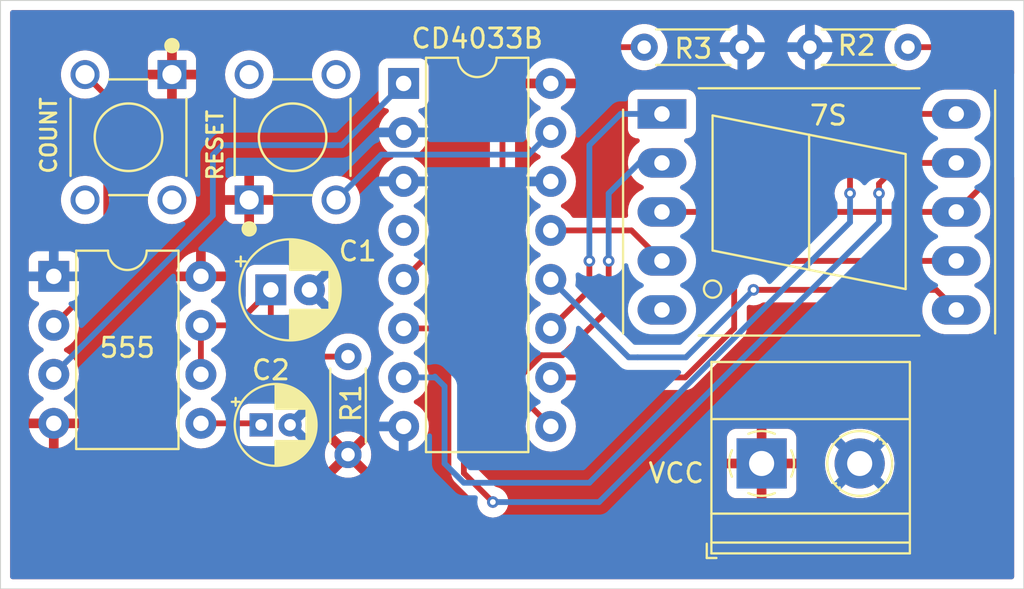
<source format=kicad_pcb>
(kicad_pcb (version 20240108) (generator "pcbnew") (generator_version "8.0")
  (layers (0 "F.Cu" signal) (31 "B.Cu" signal) (34 "B.Paste" user) (35 "F.Paste" user) (36 "B.SilkS" user "B.Silkscreen") (37 "F.SilkS" user "F.Silkscreen") (38 "B.Mask" user) (39 "F.Mask" user) (44 "Edge.Cuts" user))
  (net 0 "")
  (net 1 "Net-(AFF1-e)")
  (net 2 "Net-(AFF1-f)")
  (net 3 "Net-(AFF1-d)")
  (net 4 "Net-(AFF1-a)")
  (net 5 "Net-(AFF1-b)")
  (net 6 "Net-(AFF1-c)")
  (net 8 "Net-(AFF1-C.K.-Pad3)")
  (net 9 "Net-(AFF1-g)")
  (net 10 "GND")
  (net 11 "Net-(U2-DIS)")
  (net 12 "Net-(U2-CV)")
  (net 13 "VCC")
  (net 14 "Net-(U1-CARRY_OUT)")
  (net 15 "Net-(U2-TR)")
  (net 16 "Net-(U1-RESET)")
  (net 17 "Net-(U1-CLOCK)")
  (footprint "Display_7Segment:7SegmentLED_LTS6760_LTS6780" (layer "F.Cu") (at 153.26 69.38)
    (property "Reference" "7S" (at 8.62 0.08 0) (layer "F.SilkS"))
    (property "Value" "LTS-6980HR" (hide yes))
    (fp_line (start -2.015 -0.22) (end -2.015 11.38) (stroke (width 0.12)) (layer "F.SilkS"))
    (fp_line (start 1.905 -1.33) (end 13.335 -1.33) (stroke (width 0.12)) (layer "F.SilkS"))
    (fp_line (start 1.905 11.49) (end 13.335 11.49) (stroke (width 0.12)) (layer "F.SilkS"))
    (fp_line (start 2.62 0.08) (end 2.62 7.08) (stroke (width 0.12)) (layer "F.SilkS"))
    (fp_line (start 2.62 7.08) (end 7.62 8.08) (stroke (width 0.12)) (layer "F.SilkS"))
    (fp_line (start 7.62 1.08) (end 2.62 0.08) (stroke (width 0.12)) (layer "F.SilkS"))
    (fp_line (start 7.62 8.08) (end 7.62 1.08) (stroke (width 0.12)) (layer "F.SilkS"))
    (fp_line (start 12.62 2.08) (end 7.62 1.08) (stroke (width 0.12)) (layer "F.SilkS"))
    (fp_line (start 12.62 2.08) (end 12.62 9.08) (stroke (width 0.12)) (layer "F.SilkS"))
    (fp_line (start 12.62 9.08) (end 7.62 8.08) (stroke (width 0.12)) (layer "F.SilkS"))
    (fp_line (start 17.255 11.38) (end 17.255 -1.22) (stroke (width 0.12)) (layer "F.SilkS"))
    (fp_circle (center 2.62 9.08) (end 3.067214 9.08) (stroke (width 0.12)) (fill none) (layer "F.SilkS"))
    (pad "1" thru_hole rect (at 0 0 270) (size 1.524 2.524) (drill 0.8) (layers "*.Cu" "*.Mask") (net 1 "Net-(AFF1-e)"))
    (pad "2" thru_hole oval (at 0 2.54 270) (size 1.524 2.524) (drill 0.8) (layers "*.Cu" "*.Mask") (net 3 "Net-(AFF1-d)"))
    (pad "3" thru_hole oval (at 0 5.08 270) (size 1.524 2.524) (drill 0.8) (layers "*.Cu" "*.Mask") (net 8 "Net-(AFF1-C.K.-Pad3)"))
    (pad "4" thru_hole oval (at 0 7.62 270) (size 1.524 2.524) (drill 0.8) (layers "*.Cu" "*.Mask") (net 6 "Net-(AFF1-c)"))
    (pad "5" thru_hole oval (at 0 10.16 270) (size 1.524 2.524) (drill 0.8) (layers "*.Cu" "*.Mask"))
    (pad "6" thru_hole oval (at 15.24 10.16 270) (size 1.524 2.524) (drill 0.8) (layers "*.Cu" "*.Mask") (net 5 "Net-(AFF1-b)"))
    (pad "7" thru_hole oval (at 15.24 7.62 270) (size 1.524 2.524) (drill 0.8) (layers "*.Cu" "*.Mask") (net 4 "Net-(AFF1-a)"))
    (pad "8" thru_hole oval (at 15.24 5.08 270) (size 1.524 2.524) (drill 0.8) (layers "*.Cu" "*.Mask") (net 8 "Net-(AFF1-C.K.-Pad3)"))
    (pad "9" thru_hole oval (at 15.24 2.54 270) (size 1.524 2.524) (drill 0.8) (layers "*.Cu" "*.Mask") (net 2 "Net-(AFF1-f)"))
    (pad "10" thru_hole oval (at 15.24 0 270) (size 1.524 2.524) (drill 0.8) (layers "*.Cu" "*.Mask") (net 9 "Net-(AFF1-g)"))
  )
  (footprint "Capacitor_THT:CP_Radial_D5.0mm_P2.00mm" (layer "F.Cu") (at 133 78.5)
    (property "Reference" "C1" (at 4.5 -2 0) (layer "F.SilkS"))
    (property "Value" "10uF" (hide yes))
    (fp_line (start -1.804775 -1.475) (end -1.304775 -1.475) (stroke (width 0.12)) (layer "F.SilkS"))
    (fp_line (start -1.554775 -1.725) (end -1.554775 -1.225) (stroke (width 0.12)) (layer "F.SilkS"))
    (fp_line (start 1 -2.58) (end 1 -1.04) (stroke (width 0.12)) (layer "F.SilkS"))
    (fp_line (start 1 1.04) (end 1 2.58) (stroke (width 0.12)) (layer "F.SilkS"))
    (fp_line (start 1.04 -2.58) (end 1.04 -1.04) (stroke (width 0.12)) (layer "F.SilkS"))
    (fp_line (start 1.04 1.04) (end 1.04 2.58) (stroke (width 0.12)) (layer "F.SilkS"))
    (fp_line (start 1.08 -2.579) (end 1.08 -1.04) (stroke (width 0.12)) (layer "F.SilkS"))
    (fp_line (start 1.08 1.04) (end 1.08 2.579) (stroke (width 0.12)) (layer "F.SilkS"))
    (fp_line (start 1.12 -2.578) (end 1.12 -1.04) (stroke (width 0.12)) (layer "F.SilkS"))
    (fp_line (start 1.12 1.04) (end 1.12 2.578) (stroke (width 0.12)) (layer "F.SilkS"))
    (fp_line (start 1.16 -2.576) (end 1.16 -1.04) (stroke (width 0.12)) (layer "F.SilkS"))
    (fp_line (start 1.16 1.04) (end 1.16 2.576) (stroke (width 0.12)) (layer "F.SilkS"))
    (fp_line (start 1.2 -2.573) (end 1.2 -1.04) (stroke (width 0.12)) (layer "F.SilkS"))
    (fp_line (start 1.2 1.04) (end 1.2 2.573) (stroke (width 0.12)) (layer "F.SilkS"))
    (fp_line (start 1.24 -2.569) (end 1.24 -1.04) (stroke (width 0.12)) (layer "F.SilkS"))
    (fp_line (start 1.24 1.04) (end 1.24 2.569) (stroke (width 0.12)) (layer "F.SilkS"))
    (fp_line (start 1.28 -2.565) (end 1.28 -1.04) (stroke (width 0.12)) (layer "F.SilkS"))
    (fp_line (start 1.28 1.04) (end 1.28 2.565) (stroke (width 0.12)) (layer "F.SilkS"))
    (fp_line (start 1.32 -2.561) (end 1.32 -1.04) (stroke (width 0.12)) (layer "F.SilkS"))
    (fp_line (start 1.32 1.04) (end 1.32 2.561) (stroke (width 0.12)) (layer "F.SilkS"))
    (fp_line (start 1.36 -2.556) (end 1.36 -1.04) (stroke (width 0.12)) (layer "F.SilkS"))
    (fp_line (start 1.36 1.04) (end 1.36 2.556) (stroke (width 0.12)) (layer "F.SilkS"))
    (fp_line (start 1.4 -2.55) (end 1.4 -1.04) (stroke (width 0.12)) (layer "F.SilkS"))
    (fp_line (start 1.4 1.04) (end 1.4 2.55) (stroke (width 0.12)) (layer "F.SilkS"))
    (fp_line (start 1.44 -2.543) (end 1.44 -1.04) (stroke (width 0.12)) (layer "F.SilkS"))
    (fp_line (start 1.44 1.04) (end 1.44 2.543) (stroke (width 0.12)) (layer "F.SilkS"))
    (fp_line (start 1.48 -2.536) (end 1.48 -1.04) (stroke (width 0.12)) (layer "F.SilkS"))
    (fp_line (start 1.48 1.04) (end 1.48 2.536) (stroke (width 0.12)) (layer "F.SilkS"))
    (fp_line (start 1.52 -2.528) (end 1.52 -1.04) (stroke (width 0.12)) (layer "F.SilkS"))
    (fp_line (start 1.52 1.04) (end 1.52 2.528) (stroke (width 0.12)) (layer "F.SilkS"))
    (fp_line (start 1.56 -2.52) (end 1.56 -1.04) (stroke (width 0.12)) (layer "F.SilkS"))
    (fp_line (start 1.56 1.04) (end 1.56 2.52) (stroke (width 0.12)) (layer "F.SilkS"))
    (fp_line (start 1.6 -2.511) (end 1.6 -1.04) (stroke (width 0.12)) (layer "F.SilkS"))
    (fp_line (start 1.6 1.04) (end 1.6 2.511) (stroke (width 0.12)) (layer "F.SilkS"))
    (fp_line (start 1.64 -2.501) (end 1.64 -1.04) (stroke (width 0.12)) (layer "F.SilkS"))
    (fp_line (start 1.64 1.04) (end 1.64 2.501) (stroke (width 0.12)) (layer "F.SilkS"))
    (fp_line (start 1.68 -2.491) (end 1.68 -1.04) (stroke (width 0.12)) (layer "F.SilkS"))
    (fp_line (start 1.68 1.04) (end 1.68 2.491) (stroke (width 0.12)) (layer "F.SilkS"))
    (fp_line (start 1.721 -2.48) (end 1.721 -1.04) (stroke (width 0.12)) (layer "F.SilkS"))
    (fp_line (start 1.721 1.04) (end 1.721 2.48) (stroke (width 0.12)) (layer "F.SilkS"))
    (fp_line (start 1.761 -2.468) (end 1.761 -1.04) (stroke (width 0.12)) (layer "F.SilkS"))
    (fp_line (start 1.761 1.04) (end 1.761 2.468) (stroke (width 0.12)) (layer "F.SilkS"))
    (fp_line (start 1.801 -2.455) (end 1.801 -1.04) (stroke (width 0.12)) (layer "F.SilkS"))
    (fp_line (start 1.801 1.04) (end 1.801 2.455) (stroke (width 0.12)) (layer "F.SilkS"))
    (fp_line (start 1.841 -2.442) (end 1.841 -1.04) (stroke (width 0.12)) (layer "F.SilkS"))
    (fp_line (start 1.841 1.04) (end 1.841 2.442) (stroke (width 0.12)) (layer "F.SilkS"))
    (fp_line (start 1.881 -2.428) (end 1.881 -1.04) (stroke (width 0.12)) (layer "F.SilkS"))
    (fp_line (start 1.881 1.04) (end 1.881 2.428) (stroke (width 0.12)) (layer "F.SilkS"))
    (fp_line (start 1.921 -2.414) (end 1.921 -1.04) (stroke (width 0.12)) (layer "F.SilkS"))
    (fp_line (start 1.921 1.04) (end 1.921 2.414) (stroke (width 0.12)) (layer "F.SilkS"))
    (fp_line (start 1.961 -2.398) (end 1.961 -1.04) (stroke (width 0.12)) (layer "F.SilkS"))
    (fp_line (start 1.961 1.04) (end 1.961 2.398) (stroke (width 0.12)) (layer "F.SilkS"))
    (fp_line (start 2.001 -2.382) (end 2.001 -1.04) (stroke (width 0.12)) (layer "F.SilkS"))
    (fp_line (start 2.001 1.04) (end 2.001 2.382) (stroke (width 0.12)) (layer "F.SilkS"))
    (fp_line (start 2.041 -2.365) (end 2.041 -1.04) (stroke (width 0.12)) (layer "F.SilkS"))
    (fp_line (start 2.041 1.04) (end 2.041 2.365) (stroke (width 0.12)) (layer "F.SilkS"))
    (fp_line (start 2.081 -2.348) (end 2.081 -1.04) (stroke (width 0.12)) (layer "F.SilkS"))
    (fp_line (start 2.081 1.04) (end 2.081 2.348) (stroke (width 0.12)) (layer "F.SilkS"))
    (fp_line (start 2.121 -2.329) (end 2.121 -1.04) (stroke (width 0.12)) (layer "F.SilkS"))
    (fp_line (start 2.121 1.04) (end 2.121 2.329) (stroke (width 0.12)) (layer "F.SilkS"))
    (fp_line (start 2.161 -2.31) (end 2.161 -1.04) (stroke (width 0.12)) (layer "F.SilkS"))
    (fp_line (start 2.161 1.04) (end 2.161 2.31) (stroke (width 0.12)) (layer "F.SilkS"))
    (fp_line (start 2.201 -2.29) (end 2.201 -1.04) (stroke (width 0.12)) (layer "F.SilkS"))
    (fp_line (start 2.201 1.04) (end 2.201 2.29) (stroke (width 0.12)) (layer "F.SilkS"))
    (fp_line (start 2.241 -2.268) (end 2.241 -1.04) (stroke (width 0.12)) (layer "F.SilkS"))
    (fp_line (start 2.241 1.04) (end 2.241 2.268) (stroke (width 0.12)) (layer "F.SilkS"))
    (fp_line (start 2.281 -2.247) (end 2.281 -1.04) (stroke (width 0.12)) (layer "F.SilkS"))
    (fp_line (start 2.281 1.04) (end 2.281 2.247) (stroke (width 0.12)) (layer "F.SilkS"))
    (fp_line (start 2.321 -2.224) (end 2.321 -1.04) (stroke (width 0.12)) (layer "F.SilkS"))
    (fp_line (start 2.321 1.04) (end 2.321 2.224) (stroke (width 0.12)) (layer "F.SilkS"))
    (fp_line (start 2.361 -2.2) (end 2.361 -1.04) (stroke (width 0.12)) (layer "F.SilkS"))
    (fp_line (start 2.361 1.04) (end 2.361 2.2) (stroke (width 0.12)) (layer "F.SilkS"))
    (fp_line (start 2.401 -2.175) (end 2.401 -1.04) (stroke (width 0.12)) (layer "F.SilkS"))
    (fp_line (start 2.401 1.04) (end 2.401 2.175) (stroke (width 0.12)) (layer "F.SilkS"))
    (fp_line (start 2.441 -2.149) (end 2.441 -1.04) (stroke (width 0.12)) (layer "F.SilkS"))
    (fp_line (start 2.441 1.04) (end 2.441 2.149) (stroke (width 0.12)) (layer "F.SilkS"))
    (fp_line (start 2.481 -2.122) (end 2.481 -1.04) (stroke (width 0.12)) (layer "F.SilkS"))
    (fp_line (start 2.481 1.04) (end 2.481 2.122) (stroke (width 0.12)) (layer "F.SilkS"))
    (fp_line (start 2.521 -2.095) (end 2.521 -1.04) (stroke (width 0.12)) (layer "F.SilkS"))
    (fp_line (start 2.521 1.04) (end 2.521 2.095) (stroke (width 0.12)) (layer "F.SilkS"))
    (fp_line (start 2.561 -2.065) (end 2.561 -1.04) (stroke (width 0.12)) (layer "F.SilkS"))
    (fp_line (start 2.561 1.04) (end 2.561 2.065) (stroke (width 0.12)) (layer "F.SilkS"))
    (fp_line (start 2.601 -2.035) (end 2.601 -1.04) (stroke (width 0.12)) (layer "F.SilkS"))
    (fp_line (start 2.601 1.04) (end 2.601 2.035) (stroke (width 0.12)) (layer "F.SilkS"))
    (fp_line (start 2.641 -2.004) (end 2.641 -1.04) (stroke (width 0.12)) (layer "F.SilkS"))
    (fp_line (start 2.641 1.04) (end 2.641 2.004) (stroke (width 0.12)) (layer "F.SilkS"))
    (fp_line (start 2.681 -1.971) (end 2.681 -1.04) (stroke (width 0.12)) (layer "F.SilkS"))
    (fp_line (start 2.681 1.04) (end 2.681 1.971) (stroke (width 0.12)) (layer "F.SilkS"))
    (fp_line (start 2.721 -1.937) (end 2.721 -1.04) (stroke (width 0.12)) (layer "F.SilkS"))
    (fp_line (start 2.721 1.04) (end 2.721 1.937) (stroke (width 0.12)) (layer "F.SilkS"))
    (fp_line (start 2.761 -1.901) (end 2.761 -1.04) (stroke (width 0.12)) (layer "F.SilkS"))
    (fp_line (start 2.761 1.04) (end 2.761 1.901) (stroke (width 0.12)) (layer "F.SilkS"))
    (fp_line (start 2.801 -1.864) (end 2.801 -1.04) (stroke (width 0.12)) (layer "F.SilkS"))
    (fp_line (start 2.801 1.04) (end 2.801 1.864) (stroke (width 0.12)) (layer "F.SilkS"))
    (fp_line (start 2.841 -1.826) (end 2.841 -1.04) (stroke (width 0.12)) (layer "F.SilkS"))
    (fp_line (start 2.841 1.04) (end 2.841 1.826) (stroke (width 0.12)) (layer "F.SilkS"))
    (fp_line (start 2.881 -1.785) (end 2.881 -1.04) (stroke (width 0.12)) (layer "F.SilkS"))
    (fp_line (start 2.881 1.04) (end 2.881 1.785) (stroke (width 0.12)) (layer "F.SilkS"))
    (fp_line (start 2.921 -1.743) (end 2.921 -1.04) (stroke (width 0.12)) (layer "F.SilkS"))
    (fp_line (start 2.921 1.04) (end 2.921 1.743) (stroke (width 0.12)) (layer "F.SilkS"))
    (fp_line (start 2.961 -1.699) (end 2.961 -1.04) (stroke (width 0.12)) (layer "F.SilkS"))
    (fp_line (start 2.961 1.04) (end 2.961 1.699) (stroke (width 0.12)) (layer "F.SilkS"))
    (fp_line (start 3.001 -1.653) (end 3.001 -1.04) (stroke (width 0.12)) (layer "F.SilkS"))
    (fp_line (start 3.001 1.04) (end 3.001 1.653) (stroke (width 0.12)) (layer "F.SilkS"))
    (fp_line (start 3.041 -1.605) (end 3.041 1.605) (stroke (width 0.12)) (layer "F.SilkS"))
    (fp_line (start 3.081 -1.554) (end 3.081 1.554) (stroke (width 0.12)) (layer "F.SilkS"))
    (fp_line (start 3.121 -1.5) (end 3.121 1.5) (stroke (width 0.12)) (layer "F.SilkS"))
    (fp_line (start 3.161 -1.443) (end 3.161 1.443) (stroke (width 0.12)) (layer "F.SilkS"))
    (fp_line (start 3.201 -1.383) (end 3.201 1.383) (stroke (width 0.12)) (layer "F.SilkS"))
    (fp_line (start 3.241 -1.319) (end 3.241 1.319) (stroke (width 0.12)) (layer "F.SilkS"))
    (fp_line (start 3.281 -1.251) (end 3.281 1.251) (stroke (width 0.12)) (layer "F.SilkS"))
    (fp_line (start 3.321 -1.178) (end 3.321 1.178) (stroke (width 0.12)) (layer "F.SilkS"))
    (fp_line (start 3.361 -1.098) (end 3.361 1.098) (stroke (width 0.12)) (layer "F.SilkS"))
    (fp_line (start 3.401 -1.011) (end 3.401 1.011) (stroke (width 0.12)) (layer "F.SilkS"))
    (fp_line (start 3.441 -0.915) (end 3.441 0.915) (stroke (width 0.12)) (layer "F.SilkS"))
    (fp_line (start 3.481 -0.805) (end 3.481 0.805) (stroke (width 0.12)) (layer "F.SilkS"))
    (fp_line (start 3.521 -0.677) (end 3.521 0.677) (stroke (width 0.12)) (layer "F.SilkS"))
    (fp_line (start 3.561 -0.518) (end 3.561 0.518) (stroke (width 0.12)) (layer "F.SilkS"))
    (fp_line (start 3.601 -0.284) (end 3.601 0.284) (stroke (width 0.12)) (layer "F.SilkS"))
    (fp_circle (center 1 0) (end 3.62 0) (stroke (width 0.12)) (fill none) (layer "F.SilkS"))
    (pad "1" thru_hole rect (at 0 0) (size 1.6 1.6) (drill 0.8) (layers "*.Cu" "*.Mask") (net 11 "Net-(U2-DIS)"))
    (pad "2" thru_hole circle (at 2 0) (size 1.6 1.6) (drill 0.8) (layers "*.Cu" "*.Mask") (net 10 "GND"))
  )
  (footprint "TerminalBlock_Phoenix:TerminalBlock_Phoenix_MKDS-1,5-2-5.08_1x02_P5.08mm_Horizontal" (layer "F.Cu") (at 158.42 87.5)
    (property "Reference" "VCC" (at -4.42 0.5 0) (layer "F.SilkS"))
    (property "Value" "Screw_Terminal_01x02" (hide yes))
    (fp_line (start -2.84 4.16) (end -2.84 4.9) (stroke (width 0.12)) (layer "F.SilkS"))
    (fp_line (start -2.84 4.9) (end -2.34 4.9) (stroke (width 0.12)) (layer "F.SilkS"))
    (fp_line (start -2.6 -5.261) (end -2.6 4.66) (stroke (width 0.12)) (layer "F.SilkS"))
    (fp_line (start -2.6 -5.261) (end 7.68 -5.261) (stroke (width 0.12)) (layer "F.SilkS"))
    (fp_line (start -2.6 -2.301) (end 7.68 -2.301) (stroke (width 0.12)) (layer "F.SilkS"))
    (fp_line (start -2.6 2.6) (end 7.68 2.6) (stroke (width 0.12)) (layer "F.SilkS"))
    (fp_line (start -2.6 4.1) (end 7.68 4.1) (stroke (width 0.12)) (layer "F.SilkS"))
    (fp_line (start -2.6 4.66) (end 7.68 4.66) (stroke (width 0.12)) (layer "F.SilkS"))
    (fp_line (start 3.853 1.023) (end 3.806 1.069) (stroke (width 0.12)) (layer "F.SilkS"))
    (fp_line (start 4.046 1.239) (end 4.011 1.274) (stroke (width 0.12)) (layer "F.SilkS"))
    (fp_line (start 6.15 -1.275) (end 6.115 -1.239) (stroke (width 0.12)) (layer "F.SilkS"))
    (fp_line (start 6.355 -1.069) (end 6.308 -1.023) (stroke (width 0.12)) (layer "F.SilkS"))
    (fp_line (start 7.68 -5.261) (end 7.68 4.66) (stroke (width 0.12)) (layer "F.SilkS"))
    (fp_arc (start -1.535427 0.683042) (mid -1.680501 -0.000524) (end -1.535 -0.684) (stroke (width 0.12)) (layer "F.SilkS"))
    (fp_arc (start -0.683042 -1.535427) (mid 0.000524 -1.680501) (end 0.684 -1.535) (stroke (width 0.12)) (layer "F.SilkS"))
    (fp_arc (start 0.028805 1.680253) (mid -0.335551 1.646659) (end -0.684 1.535) (stroke (width 0.12)) (layer "F.SilkS"))
    (fp_arc (start 0.683318 1.534756) (mid 0.349292 1.643288) (end 0 1.68) (stroke (width 0.12)) (layer "F.SilkS"))
    (fp_arc (start 1.535427 -0.683042) (mid 1.680501 0.000524) (end 1.535 0.684) (stroke (width 0.12)) (layer "F.SilkS"))
    (fp_circle (center 5.08 0) (end 6.76 0) (stroke (width 0.12)) (fill none) (layer "F.SilkS"))
    (pad "1" thru_hole rect (at 0 0) (size 2.6 2.6) (drill 1.3) (layers "*.Cu" "*.Mask") (net 13 "VCC"))
    (pad "2" thru_hole circle (at 5.08 0) (size 2.6 2.6) (drill 1.3) (layers "*.Cu" "*.Mask") (net 10 "GND"))
  )
  (footprint "Resistor_THT:R_Axial_DIN0204_L3.6mm_D1.6mm_P5.08mm_Horizontal" (layer "F.Cu") (at 137 87.04 90)
    (property "Reference" "R1" (at 2.66 0.16 90) (layer "F.SilkS"))
    (property "Value" "1M")
    (fp_line (start 0.62 -0.92) (end 4.46 -0.92) (stroke (width 0.12)) (layer "F.SilkS"))
    (fp_line (start 0.62 0.92) (end 4.46 0.92) (stroke (width 0.12)) (layer "F.SilkS"))
    (pad "1" thru_hole circle (at 0 0 90) (size 1.4 1.4) (drill 0.7) (layers "*.Cu" "*.Mask") (net 13 "VCC"))
    (pad "2" thru_hole oval (at 5.08 0 90) (size 1.4 1.4) (drill 0.7) (layers "*.Cu" "*.Mask") (net 11 "Net-(U2-DIS)"))
  )
  (footprint "Capacitor_THT:CP_Radial_D4.0mm_P1.50mm" (layer "F.Cu") (at 132.5 85.5)
    (property "Reference" "C2" (at 0.5 -2.84 0) (layer "F.SilkS"))
    (property "Value" "1nF" (hide yes))
    (fp_line (start -1.519801 -1.195) (end -1.119801 -1.195) (stroke (width 0.12)) (layer "F.SilkS"))
    (fp_line (start -1.319801 -1.395) (end -1.319801 -0.995) (stroke (width 0.12)) (layer "F.SilkS"))
    (fp_line (start 0.75 -2.08) (end 0.75 -0.84) (stroke (width 0.12)) (layer "F.SilkS"))
    (fp_line (start 0.75 0.84) (end 0.75 2.08) (stroke (width 0.12)) (layer "F.SilkS"))
    (fp_line (start 0.79 -2.08) (end 0.79 -0.84) (stroke (width 0.12)) (layer "F.SilkS"))
    (fp_line (start 0.79 0.84) (end 0.79 2.08) (stroke (width 0.12)) (layer "F.SilkS"))
    (fp_line (start 0.83 -2.079) (end 0.83 -0.84) (stroke (width 0.12)) (layer "F.SilkS"))
    (fp_line (start 0.83 0.84) (end 0.83 2.079) (stroke (width 0.12)) (layer "F.SilkS"))
    (fp_line (start 0.87 -2.077) (end 0.87 -0.84) (stroke (width 0.12)) (layer "F.SilkS"))
    (fp_line (start 0.87 0.84) (end 0.87 2.077) (stroke (width 0.12)) (layer "F.SilkS"))
    (fp_line (start 0.91 -2.074) (end 0.91 -0.84) (stroke (width 0.12)) (layer "F.SilkS"))
    (fp_line (start 0.91 0.84) (end 0.91 2.074) (stroke (width 0.12)) (layer "F.SilkS"))
    (fp_line (start 0.95 -2.071) (end 0.95 -0.84) (stroke (width 0.12)) (layer "F.SilkS"))
    (fp_line (start 0.95 0.84) (end 0.95 2.071) (stroke (width 0.12)) (layer "F.SilkS"))
    (fp_line (start 0.99 -2.067) (end 0.99 -0.84) (stroke (width 0.12)) (layer "F.SilkS"))
    (fp_line (start 0.99 0.84) (end 0.99 2.067) (stroke (width 0.12)) (layer "F.SilkS"))
    (fp_line (start 1.03 -2.062) (end 1.03 -0.84) (stroke (width 0.12)) (layer "F.SilkS"))
    (fp_line (start 1.03 0.84) (end 1.03 2.062) (stroke (width 0.12)) (layer "F.SilkS"))
    (fp_line (start 1.07 -2.056) (end 1.07 -0.84) (stroke (width 0.12)) (layer "F.SilkS"))
    (fp_line (start 1.07 0.84) (end 1.07 2.056) (stroke (width 0.12)) (layer "F.SilkS"))
    (fp_line (start 1.11 -2.05) (end 1.11 -0.84) (stroke (width 0.12)) (layer "F.SilkS"))
    (fp_line (start 1.11 0.84) (end 1.11 2.05) (stroke (width 0.12)) (layer "F.SilkS"))
    (fp_line (start 1.15 -2.042) (end 1.15 -0.84) (stroke (width 0.12)) (layer "F.SilkS"))
    (fp_line (start 1.15 0.84) (end 1.15 2.042) (stroke (width 0.12)) (layer "F.SilkS"))
    (fp_line (start 1.19 -2.034) (end 1.19 -0.84) (stroke (width 0.12)) (layer "F.SilkS"))
    (fp_line (start 1.19 0.84) (end 1.19 2.034) (stroke (width 0.12)) (layer "F.SilkS"))
    (fp_line (start 1.23 -2.025) (end 1.23 -0.84) (stroke (width 0.12)) (layer "F.SilkS"))
    (fp_line (start 1.23 0.84) (end 1.23 2.025) (stroke (width 0.12)) (layer "F.SilkS"))
    (fp_line (start 1.27 -2.016) (end 1.27 -0.84) (stroke (width 0.12)) (layer "F.SilkS"))
    (fp_line (start 1.27 0.84) (end 1.27 2.016) (stroke (width 0.12)) (layer "F.SilkS"))
    (fp_line (start 1.31 -2.005) (end 1.31 -0.84) (stroke (width 0.12)) (layer "F.SilkS"))
    (fp_line (start 1.31 0.84) (end 1.31 2.005) (stroke (width 0.12)) (layer "F.SilkS"))
    (fp_line (start 1.35 -1.994) (end 1.35 -0.84) (stroke (width 0.12)) (layer "F.SilkS"))
    (fp_line (start 1.35 0.84) (end 1.35 1.994) (stroke (width 0.12)) (layer "F.SilkS"))
    (fp_line (start 1.39 -1.982) (end 1.39 -0.84) (stroke (width 0.12)) (layer "F.SilkS"))
    (fp_line (start 1.39 0.84) (end 1.39 1.982) (stroke (width 0.12)) (layer "F.SilkS"))
    (fp_line (start 1.43 -1.968) (end 1.43 -0.84) (stroke (width 0.12)) (layer "F.SilkS"))
    (fp_line (start 1.43 0.84) (end 1.43 1.968) (stroke (width 0.12)) (layer "F.SilkS"))
    (fp_line (start 1.471 -1.954) (end 1.471 -0.84) (stroke (width 0.12)) (layer "F.SilkS"))
    (fp_line (start 1.471 0.84) (end 1.471 1.954) (stroke (width 0.12)) (layer "F.SilkS"))
    (fp_line (start 1.511 -1.94) (end 1.511 -0.84) (stroke (width 0.12)) (layer "F.SilkS"))
    (fp_line (start 1.511 0.84) (end 1.511 1.94) (stroke (width 0.12)) (layer "F.SilkS"))
    (fp_line (start 1.551 -1.924) (end 1.551 -0.84) (stroke (width 0.12)) (layer "F.SilkS"))
    (fp_line (start 1.551 0.84) (end 1.551 1.924) (stroke (width 0.12)) (layer "F.SilkS"))
    (fp_line (start 1.591 -1.907) (end 1.591 -0.84) (stroke (width 0.12)) (layer "F.SilkS"))
    (fp_line (start 1.591 0.84) (end 1.591 1.907) (stroke (width 0.12)) (layer "F.SilkS"))
    (fp_line (start 1.631 -1.889) (end 1.631 -0.84) (stroke (width 0.12)) (layer "F.SilkS"))
    (fp_line (start 1.631 0.84) (end 1.631 1.889) (stroke (width 0.12)) (layer "F.SilkS"))
    (fp_line (start 1.671 -1.87) (end 1.671 -0.84) (stroke (width 0.12)) (layer "F.SilkS"))
    (fp_line (start 1.671 0.84) (end 1.671 1.87) (stroke (width 0.12)) (layer "F.SilkS"))
    (fp_line (start 1.711 -1.851) (end 1.711 -0.84) (stroke (width 0.12)) (layer "F.SilkS"))
    (fp_line (start 1.711 0.84) (end 1.711 1.851) (stroke (width 0.12)) (layer "F.SilkS"))
    (fp_line (start 1.751 -1.83) (end 1.751 -0.84) (stroke (width 0.12)) (layer "F.SilkS"))
    (fp_line (start 1.751 0.84) (end 1.751 1.83) (stroke (width 0.12)) (layer "F.SilkS"))
    (fp_line (start 1.791 -1.808) (end 1.791 -0.84) (stroke (width 0.12)) (layer "F.SilkS"))
    (fp_line (start 1.791 0.84) (end 1.791 1.808) (stroke (width 0.12)) (layer "F.SilkS"))
    (fp_line (start 1.831 -1.785) (end 1.831 -0.84) (stroke (width 0.12)) (layer "F.SilkS"))
    (fp_line (start 1.831 0.84) (end 1.831 1.785) (stroke (width 0.12)) (layer "F.SilkS"))
    (fp_line (start 1.871 -1.76) (end 1.871 -0.84) (stroke (width 0.12)) (layer "F.SilkS"))
    (fp_line (start 1.871 0.84) (end 1.871 1.76) (stroke (width 0.12)) (layer "F.SilkS"))
    (fp_line (start 1.911 -1.735) (end 1.911 -0.84) (stroke (width 0.12)) (layer "F.SilkS"))
    (fp_line (start 1.911 0.84) (end 1.911 1.735) (stroke (width 0.12)) (layer "F.SilkS"))
    (fp_line (start 1.951 -1.708) (end 1.951 -0.84) (stroke (width 0.12)) (layer "F.SilkS"))
    (fp_line (start 1.951 0.84) (end 1.951 1.708) (stroke (width 0.12)) (layer "F.SilkS"))
    (fp_line (start 1.991 -1.68) (end 1.991 -0.84) (stroke (width 0.12)) (layer "F.SilkS"))
    (fp_line (start 1.991 0.84) (end 1.991 1.68) (stroke (width 0.12)) (layer "F.SilkS"))
    (fp_line (start 2.031 -1.65) (end 2.031 -0.84) (stroke (width 0.12)) (layer "F.SilkS"))
    (fp_line (start 2.031 0.84) (end 2.031 1.65) (stroke (width 0.12)) (layer "F.SilkS"))
    (fp_line (start 2.071 -1.619) (end 2.071 -0.84) (stroke (width 0.12)) (layer "F.SilkS"))
    (fp_line (start 2.071 0.84) (end 2.071 1.619) (stroke (width 0.12)) (layer "F.SilkS"))
    (fp_line (start 2.111 -1.587) (end 2.111 -0.84) (stroke (width 0.12)) (layer "F.SilkS"))
    (fp_line (start 2.111 0.84) (end 2.111 1.587) (stroke (width 0.12)) (layer "F.SilkS"))
    (fp_line (start 2.151 -1.552) (end 2.151 -0.84) (stroke (width 0.12)) (layer "F.SilkS"))
    (fp_line (start 2.151 0.84) (end 2.151 1.552) (stroke (width 0.12)) (layer "F.SilkS"))
    (fp_line (start 2.191 -1.516) (end 2.191 -0.84) (stroke (width 0.12)) (layer "F.SilkS"))
    (fp_line (start 2.191 0.84) (end 2.191 1.516) (stroke (width 0.12)) (layer "F.SilkS"))
    (fp_line (start 2.231 -1.478) (end 2.231 -0.84) (stroke (width 0.12)) (layer "F.SilkS"))
    (fp_line (start 2.231 0.84) (end 2.231 1.478) (stroke (width 0.12)) (layer "F.SilkS"))
    (fp_line (start 2.271 -1.438) (end 2.271 -0.84) (stroke (width 0.12)) (layer "F.SilkS"))
    (fp_line (start 2.271 0.84) (end 2.271 1.438) (stroke (width 0.12)) (layer "F.SilkS"))
    (fp_line (start 2.311 -1.396) (end 2.311 -0.84) (stroke (width 0.12)) (layer "F.SilkS"))
    (fp_line (start 2.311 0.84) (end 2.311 1.396) (stroke (width 0.12)) (layer "F.SilkS"))
    (fp_line (start 2.351 -1.351) (end 2.351 1.351) (stroke (width 0.12)) (layer "F.SilkS"))
    (fp_line (start 2.391 -1.304) (end 2.391 1.304) (stroke (width 0.12)) (layer "F.SilkS"))
    (fp_line (start 2.431 -1.254) (end 2.431 1.254) (stroke (width 0.12)) (layer "F.SilkS"))
    (fp_line (start 2.471 -1.2) (end 2.471 1.2) (stroke (width 0.12)) (layer "F.SilkS"))
    (fp_line (start 2.511 -1.142) (end 2.511 1.142) (stroke (width 0.12)) (layer "F.SilkS"))
    (fp_line (start 2.551 -1.08) (end 2.551 1.08) (stroke (width 0.12)) (layer "F.SilkS"))
    (fp_line (start 2.591 -1.013) (end 2.591 1.013) (stroke (width 0.12)) (layer "F.SilkS"))
    (fp_line (start 2.631 -0.94) (end 2.631 0.94) (stroke (width 0.12)) (layer "F.SilkS"))
    (fp_line (start 2.671 -0.859) (end 2.671 0.859) (stroke (width 0.12)) (layer "F.SilkS"))
    (fp_line (start 2.711 -0.768) (end 2.711 0.768) (stroke (width 0.12)) (layer "F.SilkS"))
    (fp_line (start 2.751 -0.664) (end 2.751 0.664) (stroke (width 0.12)) (layer "F.SilkS"))
    (fp_line (start 2.791 -0.537) (end 2.791 0.537) (stroke (width 0.12)) (layer "F.SilkS"))
    (fp_line (start 2.831 -0.37) (end 2.831 0.37) (stroke (width 0.12)) (layer "F.SilkS"))
    (fp_circle (center 0.75 0) (end 2.87 0) (stroke (width 0.12)) (fill none) (layer "F.SilkS"))
    (pad "1" thru_hole rect (at 0 0) (size 1.2 1.2) (drill 0.6) (layers "*.Cu" "*.Mask") (net 12 "Net-(U2-CV)"))
    (pad "2" thru_hole circle (at 1.5 0) (size 1.2 1.2) (drill 0.6) (layers "*.Cu" "*.Mask") (net 10 "GND"))
  )
  (footprint "Push Button:SW_FSM8JH" (layer "F.Cu") (at 125.63 70.59 -90)
    (property "Reference" "COUNT" (at -0.09 4.13 90) (layer "F.SilkS") (effects (font (size 0.801197 0.801197))))
    (property "Value" "SW_Push" (hide yes))
    (fp_line (start -2 3) (end 2 3) (stroke (width 0.127)) (layer "F.SilkS"))
    (fp_line (start -3 -1) (end -3 1) (stroke (width 0.127)) (layer "F.SilkS"))
    (fp_line (start 3 -1) (end 3 1) (stroke (width 0.127)) (layer "F.SilkS"))
    (fp_line (start -2 -3) (end 2 -3) (stroke (width 0.127)) (layer "F.SilkS"))
    (fp_circle (center 0 0) (end 1.75 0) (stroke (width 0.127)) (fill none) (layer "F.SilkS"))
    (fp_circle (center -4.75 -2.25) (end -4.55 -2.25) (stroke (width 0.4)) (fill none) (layer "F.SilkS"))
    (pad "1" thru_hole rect (at -3.25 -2.25 270) (size 1.498 1.498) (drill 0.99) (layers "*.Cu" "*.Mask") (net 13 "VCC"))
    (pad "2" thru_hole circle (at -3.25 2.25 270) (size 1.498 1.498) (drill 0.99) (layers "*.Cu" "*.Mask") (net 15 "Net-(U2-TR)"))
    (pad "3" thru_hole circle (at 3.25 -2.25 270) (size 1.498 1.498) (drill 0.99) (layers "*.Cu" "*.Mask"))
    (pad "4" thru_hole circle (at 3.25 2.25 270) (size 1.498 1.498) (drill 0.99) (layers "*.Cu" "*.Mask"))
  )
  (footprint "Resistor_THT:R_Axial_DIN0204_L3.6mm_D1.6mm_P5.08mm_Horizontal" (layer "F.Cu") (at 152.34 65.92)
    (property "Reference" "R3" (at 2.54 0.08 0) (layer "F.SilkS"))
    (property "Value" "47K" (hide yes))
    (fp_line (start 0.62 -0.92) (end 4.46 -0.92) (stroke (width 0.12)) (layer "F.SilkS"))
    (fp_line (start 0.62 0.92) (end 4.46 0.92) (stroke (width 0.12)) (layer "F.SilkS"))
    (pad "1" thru_hole circle (at 0 0) (size 1.4 1.4) (drill 0.7) (layers "*.Cu" "*.Mask") (net 14 "Net-(U1-CARRY_OUT)"))
    (pad "2" thru_hole oval (at 5.08 0) (size 1.4 1.4) (drill 0.7) (layers "*.Cu" "*.Mask") (net 10 "GND"))
  )
  (footprint "Package_DIP:DIP-16_W7.62mm" (layer "F.Cu") (at 139.88 67.8)
    (property "Reference" "CD4033B" (at 3.81 -2.33 0) (layer "F.SilkS"))
    (property "Value" "CD4033B" (hide yes))
    (fp_line (start 1.16 -1.33) (end 1.16 19.11) (stroke (width 0.12)) (layer "F.SilkS"))
    (fp_line (start 1.16 19.11) (end 6.46 19.11) (stroke (width 0.12)) (layer "F.SilkS"))
    (fp_line (start 2.81 -1.33) (end 1.16 -1.33) (stroke (width 0.12)) (layer "F.SilkS"))
    (fp_line (start 6.46 -1.33) (end 4.81 -1.33) (stroke (width 0.12)) (layer "F.SilkS"))
    (fp_line (start 6.46 19.11) (end 6.46 -1.33) (stroke (width 0.12)) (layer "F.SilkS"))
    (fp_arc (start 4.81 -1.33) (mid 3.81 -0.33) (end 2.81 -1.33) (stroke (width 0.12)) (layer "F.SilkS"))
    (pad "1" thru_hole rect (at 0 0) (size 1.6 1.6) (drill 0.8) (layers "*.Cu" "*.Mask") (net 17 "Net-(U1-CLOCK)"))
    (pad "2" thru_hole oval (at 0 2.54) (size 1.6 1.6) (drill 0.8) (layers "*.Cu" "*.Mask") (net 10 "GND"))
    (pad "3" thru_hole oval (at 0 5.08) (size 1.6 1.6) (drill 0.8) (layers "*.Cu" "*.Mask") (net 10 "GND"))
    (pad "4" thru_hole oval (at 0 7.62) (size 1.6 1.6) (drill 0.8) (layers "*.Cu" "*.Mask"))
    (pad "5" thru_hole oval (at 0 10.16) (size 1.6 1.6) (drill 0.8) (layers "*.Cu" "*.Mask") (net 14 "Net-(U1-CARRY_OUT)"))
    (pad "6" thru_hole oval (at 0 12.7) (size 1.6 1.6) (drill 0.8) (layers "*.Cu" "*.Mask") (net 2 "Net-(AFF1-f)"))
    (pad "7" thru_hole oval (at 0 15.24) (size 1.6 1.6) (drill 0.8) (layers "*.Cu" "*.Mask") (net 9 "Net-(AFF1-g)"))
    (pad "8" thru_hole oval (at 0 17.78) (size 1.6 1.6) (drill 0.8) (layers "*.Cu" "*.Mask") (net 10 "GND"))
    (pad "9" thru_hole oval (at 7.62 17.78) (size 1.6 1.6) (drill 0.8) (layers "*.Cu" "*.Mask") (net 3 "Net-(AFF1-d)"))
    (pad "10" thru_hole oval (at 7.62 15.24) (size 1.6 1.6) (drill 0.8) (layers "*.Cu" "*.Mask") (net 4 "Net-(AFF1-a)"))
    (pad "11" thru_hole oval (at 7.62 12.7) (size 1.6 1.6) (drill 0.8) (layers "*.Cu" "*.Mask") (net 1 "Net-(AFF1-e)"))
    (pad "12" thru_hole oval (at 7.62 10.16) (size 1.6 1.6) (drill 0.8) (layers "*.Cu" "*.Mask") (net 5 "Net-(AFF1-b)"))
    (pad "13" thru_hole oval (at 7.62 7.62) (size 1.6 1.6) (drill 0.8) (layers "*.Cu" "*.Mask") (net 6 "Net-(AFF1-c)"))
    (pad "14" thru_hole oval (at 7.62 5.08) (size 1.6 1.6) (drill 0.8) (layers "*.Cu" "*.Mask") (net 10 "GND"))
    (pad "15" thru_hole oval (at 7.62 2.54) (size 1.6 1.6) (drill 0.8) (layers "*.Cu" "*.Mask") (net 16 "Net-(U1-RESET)"))
    (pad "16" thru_hole oval (at 7.62 0) (size 1.6 1.6) (drill 0.8) (layers "*.Cu" "*.Mask") (net 13 "VCC"))
  )
  (footprint "Resistor_THT:R_Axial_DIN0204_L3.6mm_D1.6mm_P5.08mm_Horizontal" (layer "F.Cu") (at 166 65.92 180)
    (property "Reference" "R2" (at 2.66 0.08 0) (layer "F.SilkS"))
    (property "Value" "470R" (hide yes))
    (fp_line (start 0.62 0.92) (end 4.46 0.92) (stroke (width 0.12)) (layer "F.SilkS"))
    (fp_line (start 0.62 -0.92) (end 4.46 -0.92) (stroke (width 0.12)) (layer "F.SilkS"))
    (pad "1" thru_hole circle (at 0 0 180) (size 1.4 1.4) (drill 0.7) (layers "*.Cu" "*.Mask") (net 8 "Net-(AFF1-C.K.-Pad3)"))
    (pad "2" thru_hole oval (at 5.08 0 180) (size 1.4 1.4) (drill 0.7) (layers "*.Cu" "*.Mask") (net 10 "GND"))
  )
  (footprint "Push Button:SW_FSM8JH" (layer "F.Cu") (at 134.13 70.59 90)
    (property "Reference" "RESET" (at -0.41 -4.01401 90) (layer "F.SilkS") (effects (font (size 0.801197 0.801197))))
    (property "Value" "SW_Push" (hide yes))
    (fp_line (start -2 -3) (end 2 -3) (stroke (width 0.127)) (layer "F.SilkS"))
    (fp_line (start 3 -1) (end 3 1) (stroke (width 0.127)) (layer "F.SilkS"))
    (fp_line (start -3 -1) (end -3 1) (stroke (width 0.127)) (layer "F.SilkS"))
    (fp_line (start -2 3) (end 2 3) (stroke (width 0.127)) (layer "F.SilkS"))
    (fp_circle (center -4.75 -2.25) (end -4.55 -2.25) (stroke (width 0.4)) (fill none) (layer "F.SilkS"))
    (fp_circle (center 0 0) (end 1.75 0) (stroke (width 0.127)) (fill none) (layer "F.SilkS"))
    (pad "1" thru_hole rect (at -3.25 -2.25 90) (size 1.498 1.498) (drill 0.99) (layers "*.Cu" "*.Mask") (net 13 "VCC"))
    (pad "2" thru_hole circle (at -3.25 2.25 90) (size 1.498 1.498) (drill 0.99) (layers "*.Cu" "*.Mask") (net 16 "Net-(U1-RESET)"))
    (pad "3" thru_hole circle (at 3.25 -2.25 90) (size 1.498 1.498) (drill 0.99) (layers "*.Cu" "*.Mask"))
    (pad "4" thru_hole circle (at 3.25 2.25 90) (size 1.498 1.498) (drill 0.99) (layers "*.Cu" "*.Mask"))
  )
  (footprint "Package_DIP:DIP-8_W7.62mm" (layer "F.Cu") (at 121.76 77.8)
    (property "Reference" "555" (at 3.81 3.7 0) (layer "F.SilkS"))
    (property "Value" "ICM7555xP" (hide yes))
    (fp_line (start 1.16 -1.33) (end 1.16 8.95) (stroke (width 0.12)) (layer "F.SilkS"))
    (fp_line (start 1.16 8.95) (end 6.46 8.95) (stroke (width 0.12)) (layer "F.SilkS"))
    (fp_line (start 2.81 -1.33) (end 1.16 -1.33) (stroke (width 0.12)) (layer "F.SilkS"))
    (fp_line (start 6.46 -1.33) (end 4.81 -1.33) (stroke (width 0.12)) (layer "F.SilkS"))
    (fp_line (start 6.46 8.95) (end 6.46 -1.33) (stroke (width 0.12)) (layer "F.SilkS"))
    (fp_arc (start 4.81 -1.33) (mid 3.81 -0.33) (end 2.81 -1.33) (stroke (width 0.12)) (layer "F.SilkS"))
    (pad "1" thru_hole rect (at 0 0) (size 1.6 1.6) (drill 0.8) (layers "*.Cu" "*.Mask") (net 10 "GND"))
    (pad "2" thru_hole oval (at 0 2.54) (size 1.6 1.6) (drill 0.8) (layers "*.Cu" "*.Mask") (net 15 "Net-(U2-TR)"))
    (pad "3" thru_hole oval (at 0 5.08) (size 1.6 1.6) (drill 0.8) (layers "*.Cu" "*.Mask") (net 17 "Net-(U1-CLOCK)"))
    (pad "4" thru_hole oval (at 0 7.62) (size 1.6 1.6) (drill 0.8) (layers "*.Cu" "*.Mask") (net 13 "VCC"))
    (pad "5" thru_hole oval (at 7.62 7.62) (size 1.6 1.6) (drill 0.8) (layers "*.Cu" "*.Mask") (net 12 "Net-(U2-CV)"))
    (pad "6" thru_hole oval (at 7.62 5.08) (size 1.6 1.6) (drill 0.8) (layers "*.Cu" "*.Mask") (net 11 "Net-(U2-DIS)"))
    (pad "7" thru_hole oval (at 7.62 2.54) (size 1.6 1.6) (drill 0.8) (layers "*.Cu" "*.Mask") (net 11 "Net-(U2-DIS)"))
    (pad "8" thru_hole oval (at 7.62 0) (size 1.6 1.6) (drill 0.8) (layers "*.Cu" "*.Mask") (net 13 "VCC"))
  )
  (gr_rect (start 119 63.5) (end 172 94) (stroke (width 0.05)) (fill none) (layer "Edge.Cuts"))
  (segment (start 147.5 80.5) (end 149.5 78.5) (width 0.3) (layer "F.Cu") (net 1))
  (segment (start 149.5 78.5) (end 149.5 77) (width 0.3) (layer "F.Cu") (net 1))
  (via (at 149.5 77) (size 0.6) (drill 0.3) (layers "F.Cu" "B.Cu") (net 1))
  (segment (start 151.12 69.38) (end 153.26 69.38) (width 0.3) (layer "B.Cu") (net 1))
  (segment (start 149.5 77) (end 149.5 71) (width 0.3) (layer "B.Cu") (net 1))
  (segment (start 149.5 71) (end 151.12 69.38) (width 0.3) (layer "B.Cu") (net 1))
  (segment (start 165.58 71.92) (end 165.5 72) (width 0.3) (layer "F.Cu") (net 2))
  (segment (start 144.5 89.5) (end 143 88) (width 0.3) (layer "F.Cu") (net 2))
  (segment (start 142.5 80.5) (end 139.88 80.5) (width 0.3) (layer "F.Cu") (net 2))
  (segment (start 143 81) (end 142.5 80.5) (width 0.3) (layer "F.Cu") (net 2))
  (segment (start 168.5 71.92) (end 165.58 71.92) (width 0.3) (layer "F.Cu") (net 2))
  (segment (start 143 88) (end 143 81) (width 0.3) (layer "F.Cu") (net 2))
  (segment (start 164.5 73) (end 164.5 73.5) (width 0.3) (layer "F.Cu") (net 2))
  (segment (start 165.5 72) (end 164.5 73) (width 0.3) (layer "F.Cu") (net 2))
  (via (at 164.5 73.5) (size 0.6) (drill 0.3) (layers "F.Cu" "B.Cu") (net 2))
  (via (at 144.5 89.5) (size 0.6) (drill 0.3) (layers "F.Cu" "B.Cu") (net 2))
  (segment (start 150 89.5) (end 144.5 89.5) (width 0.3) (layer "B.Cu") (net 2))
  (segment (start 164.5 75) (end 150 89.5) (width 0.3) (layer "B.Cu") (net 2))
  (segment (start 164.5 73.5) (end 164.5 75) (width 0.3) (layer "B.Cu") (net 2))
  (segment (start 147.5 85.58) (end 146 84.08) (width 0.3) (layer "F.Cu") (net 3))
  (segment (start 146 84.08) (end 146 83) (width 0.3) (layer "F.Cu") (net 3))
  (segment (start 148.11 81.89) (end 150.5 79.5) (width 0.3) (layer "F.Cu") (net 3))
  (segment (start 146 83) (end 146 82.913654) (width 0.3) (layer "F.Cu") (net 3))
  (segment (start 147.023654 81.89) (end 148.11 81.89) (width 0.3) (layer "F.Cu") (net 3))
  (segment (start 150.5 79.5) (end 150.5 77) (width 0.3) (layer "F.Cu") (net 3))
  (segment (start 146 82.913654) (end 147.023654 81.89) (width 0.3) (layer "F.Cu") (net 3))
  (via (at 150.5 77) (size 0.6) (drill 0.3) (layers "F.Cu" "B.Cu") (net 3))
  (segment (start 150.5 77) (end 150.5 73.5) (width 0.3) (layer "B.Cu") (net 3))
  (segment (start 152.08 71.92) (end 153.26 71.92) (width 0.3) (layer "B.Cu") (net 3))
  (segment (start 150.5 73.5) (end 152.08 71.92) (width 0.3) (layer "B.Cu") (net 3))
  (segment (start 154.46 83.04) (end 157 80.5) (width 0.3) (layer "F.Cu") (net 4))
  (segment (start 147.5 83.04) (end 154.46 83.04) (width 0.3) (layer "F.Cu") (net 4))
  (segment (start 158 77) (end 168.5 77) (width 0.3) (layer "F.Cu") (net 4))
  (segment (start 157 78) (end 158 77) (width 0.3) (layer "F.Cu") (net 4))
  (segment (start 157 80.5) (end 157 78) (width 0.3) (layer "F.Cu") (net 4))
  (segment (start 167.46 78.5) (end 168.5 79.54) (width 0.3) (layer "F.Cu") (net 5))
  (segment (start 158 78.5) (end 167.46 78.5) (width 0.3) (layer "F.Cu") (net 5))
  (via (at 158 78.5) (size 0.6) (drill 0.3) (layers "F.Cu" "B.Cu") (net 5))
  (segment (start 158 78.5) (end 158.04038 78.54038) (width 0.3) (layer "B.Cu") (net 5))
  (segment (start 154.5 82) (end 158 78.5) (width 0.3) (layer "B.Cu") (net 5))
  (segment (start 152 82) (end 154.5 82) (width 0.3) (layer "B.Cu") (net 5))
  (segment (start 147.5 77.96) (end 151.54 82) (width 0.3) (layer "B.Cu") (net 5))
  (segment (start 151.54 82) (end 152 82) (width 0.3) (layer "B.Cu") (net 5))
  (segment (start 151.68 75.42) (end 153.26 77) (width 0.3) (layer "F.Cu") (net 6))
  (segment (start 147.5 75.42) (end 151.68 75.42) (width 0.3) (layer "F.Cu") (net 6))
  (segment (start 171 71.96) (end 168.5 74.46) (width 0.3) (layer "F.Cu") (net 8))
  (segment (start 171 68) (end 171 71.96) (width 0.3) (layer "F.Cu") (net 8))
  (segment (start 168.92 65.92) (end 171 68) (width 0.3) (layer "F.Cu") (net 8))
  (segment (start 166 65.92) (end 168.92 65.92) (width 0.3) (layer "F.Cu") (net 8))
  (segment (start 168.5 74.46) (end 153.26 74.46) (width 0.3) (layer "F.Cu") (net 8))
  (segment (start 164.12 69.38) (end 163 70.5) (width 0.3) (layer "F.Cu") (net 9))
  (segment (start 168.5 69.38) (end 164.12 69.38) (width 0.3) (layer "F.Cu") (net 9))
  (segment (start 163 70.5) (end 163 73.5) (width 0.3) (layer "F.Cu") (net 9))
  (via (at 163 73.5) (size 0.6) (drill 0.3) (layers "F.Cu" "B.Cu") (net 9))
  (segment (start 149.5 88.5) (end 143 88.5) (width 0.3) (layer "B.Cu") (net 9))
  (segment (start 163 73.5) (end 163 75) (width 0.3) (layer "B.Cu") (net 9))
  (segment (start 141.46 83.04) (end 139.88 83.04) (width 0.3) (layer "B.Cu") (net 9))
  (segment (start 142 87.5) (end 142 83.5) (width 0.3) (layer "B.Cu") (net 9))
  (segment (start 141.5 83) (end 141.46 83.04) (width 0.3) (layer "B.Cu") (net 9))
  (segment (start 142 83.5) (end 141.5 83) (width 0.3) (layer "B.Cu") (net 9))
  (segment (start 163 75) (end 149.5 88.5) (width 0.3) (layer "B.Cu") (net 9))
  (segment (start 143 88.5) (end 142 87.5) (width 0.3) (layer "B.Cu") (net 9))
  (segment (start 129.38 82.88) (end 129.38 80.34) (width 0.3) (layer "F.Cu") (net 11))
  (segment (start 133 80.5) (end 133 78.5) (width 0.3) (layer "F.Cu") (net 11))
  (segment (start 131.16 80.34) (end 133 78.5) (width 0.3) (layer "F.Cu") (net 11))
  (segment (start 129.38 80.34) (end 131.16 80.34) (width 0.3) (layer "F.Cu") (net 11))
  (segment (start 134.46 81.96) (end 133 80.5) (width 0.3) (layer "F.Cu") (net 11))
  (segment (start 137 81.96) (end 134.46 81.96) (width 0.3) (layer "F.Cu") (net 11))
  (segment (start 129.38 85.42) (end 132.42 85.42) (width 0.3) (layer "F.Cu") (net 12))
  (segment (start 132.42 85.42) (end 132.5 85.5) (width 0.3) (layer "F.Cu") (net 12))
  (segment (start 145 72.84) (end 145 67.5) (width 0.3) (layer "F.Cu") (net 14))
  (segment (start 145 67.5) (end 146.58 65.92) (width 0.3) (layer "F.Cu") (net 14))
  (segment (start 139.88 77.96) (end 145 72.84) (width 0.3) (layer "F.Cu") (net 14))
  (segment (start 146.58 65.92) (end 152.34 65.92) (width 0.3) (layer "F.Cu") (net 14))
  (segment (start 124.479 77.621) (end 124.479 68.439) (width 0.3) (layer "F.Cu") (net 15))
  (segment (start 124.479 68.439) (end 123.38 67.34) (width 0.3) (layer "F.Cu") (net 15))
  (segment (start 121.76 80.34) (end 124.479 77.621) (width 0.3) (layer "F.Cu") (net 15))
  (segment (start 146.35 71.49) (end 147.5 70.34) (width 0.3) (layer "B.Cu") (net 16))
  (segment (start 138.73 71.49) (end 146.35 71.49) (width 0.3) (layer "B.Cu") (net 16))
  (segment (start 136.38 73.84) (end 138.73 71.49) (width 0.3) (layer "B.Cu") (net 16))
  (segment (start 130 71.5) (end 130.5 71) (width 0.3) (layer "B.Cu") (net 17))
  (segment (start 130 74.64) (end 130 71.5) (width 0.3) (layer "B.Cu") (net 17))
  (segment (start 130.5 71) (end 136.68 71) (width 0.3) (layer "B.Cu") (net 17))
  (segment (start 121.76 82.88) (end 130 74.64) (width 0.3) (layer "B.Cu") (net 17))
  (segment (start 136.68 71) (end 139.88 67.8) (width 0.3) (layer "B.Cu") (net 17))
  (zone (net 13) (net_name "VCC") (layer "F.Cu") (connect_pads (clearance 0.5)) (min_thickness 0.25) (fill yes (thermal_gap 0.5) (thermal_bridge_width 0.5))
    (polygon (pts (xy 119 63.5) (xy 172 63.5) (xy 172 94) (xy 119 94)))
  )
  (zone (net 10) (net_name "GND") (layer "B.Cu") (priority 1) (connect_pads (clearance 0.5)) (min_thickness 0.25) (fill yes (thermal_gap 0.5) (thermal_bridge_width 0.5))
    (polygon (pts (xy 119 63.5) (xy 172 63.5) (xy 172 94) (xy 119 94)))
  )
)
</source>
